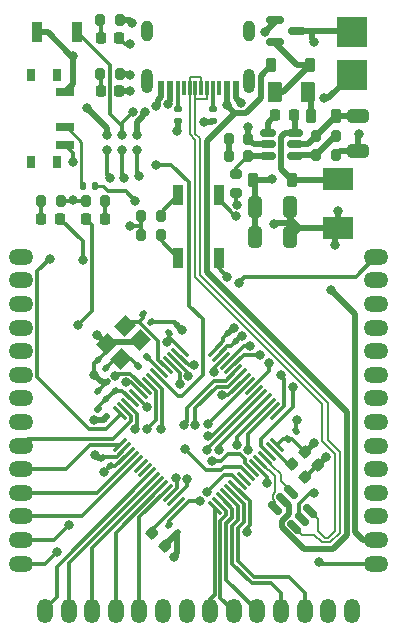
<source format=gbr>
%TF.GenerationSoftware,KiCad,Pcbnew,7.0.2*%
%TF.CreationDate,2023-06-14T20:26:51+10:00*%
%TF.ProjectId,STM32_Simple_Rev1.0,53544d33-325f-4536-996d-706c655f5265,rev?*%
%TF.SameCoordinates,Original*%
%TF.FileFunction,Copper,L1,Top*%
%TF.FilePolarity,Positive*%
%FSLAX46Y46*%
G04 Gerber Fmt 4.6, Leading zero omitted, Abs format (unit mm)*
G04 Created by KiCad (PCBNEW 7.0.2) date 2023-06-14 20:26:51*
%MOMM*%
%LPD*%
G01*
G04 APERTURE LIST*
G04 Aperture macros list*
%AMRoundRect*
0 Rectangle with rounded corners*
0 $1 Rounding radius*
0 $2 $3 $4 $5 $6 $7 $8 $9 X,Y pos of 4 corners*
0 Add a 4 corners polygon primitive as box body*
4,1,4,$2,$3,$4,$5,$6,$7,$8,$9,$2,$3,0*
0 Add four circle primitives for the rounded corners*
1,1,$1+$1,$2,$3*
1,1,$1+$1,$4,$5*
1,1,$1+$1,$6,$7*
1,1,$1+$1,$8,$9*
0 Add four rect primitives between the rounded corners*
20,1,$1+$1,$2,$3,$4,$5,0*
20,1,$1+$1,$4,$5,$6,$7,0*
20,1,$1+$1,$6,$7,$8,$9,0*
20,1,$1+$1,$8,$9,$2,$3,0*%
%AMRotRect*
0 Rectangle, with rotation*
0 The origin of the aperture is its center*
0 $1 length*
0 $2 width*
0 $3 Rotation angle, in degrees counterclockwise*
0 Add horizontal line*
21,1,$1,$2,0,0,$3*%
G04 Aperture macros list end*
%TA.AperFunction,ComponentPad*%
%ADD10RoundRect,0.520000X-0.480000X-0.130000X0.480000X-0.130000X0.480000X0.130000X-0.480000X0.130000X0*%
%TD*%
%TA.AperFunction,SMDPad,CuDef*%
%ADD11RoundRect,0.075000X-0.548008X0.441942X0.441942X-0.548008X0.548008X-0.441942X-0.441942X0.548008X0*%
%TD*%
%TA.AperFunction,SMDPad,CuDef*%
%ADD12RoundRect,0.075000X-0.548008X-0.441942X-0.441942X-0.548008X0.548008X0.441942X0.441942X0.548008X0*%
%TD*%
%TA.AperFunction,SMDPad,CuDef*%
%ADD13R,2.500000X2.500000*%
%TD*%
%TA.AperFunction,SMDPad,CuDef*%
%ADD14RoundRect,0.140000X0.219203X0.021213X0.021213X0.219203X-0.219203X-0.021213X-0.021213X-0.219203X0*%
%TD*%
%TA.AperFunction,SMDPad,CuDef*%
%ADD15R,0.900000X1.700000*%
%TD*%
%TA.AperFunction,ComponentPad*%
%ADD16RoundRect,0.520000X0.130000X-0.480000X0.130000X0.480000X-0.130000X0.480000X-0.130000X-0.480000X0*%
%TD*%
%TA.AperFunction,ComponentPad*%
%ADD17RoundRect,0.520000X0.480000X0.130000X-0.480000X0.130000X-0.480000X-0.130000X0.480000X-0.130000X0*%
%TD*%
%TA.AperFunction,SMDPad,CuDef*%
%ADD18RoundRect,0.135000X-0.135000X-0.185000X0.135000X-0.185000X0.135000X0.185000X-0.135000X0.185000X0*%
%TD*%
%TA.AperFunction,SMDPad,CuDef*%
%ADD19RoundRect,0.200000X-0.200000X-0.275000X0.200000X-0.275000X0.200000X0.275000X-0.200000X0.275000X0*%
%TD*%
%TA.AperFunction,SMDPad,CuDef*%
%ADD20R,0.600000X1.240000*%
%TD*%
%TA.AperFunction,SMDPad,CuDef*%
%ADD21R,0.300000X1.240000*%
%TD*%
%TA.AperFunction,ComponentPad*%
%ADD22O,1.000000X2.100000*%
%TD*%
%TA.AperFunction,ComponentPad*%
%ADD23O,1.000000X1.800000*%
%TD*%
%TA.AperFunction,SMDPad,CuDef*%
%ADD24RoundRect,0.225000X-0.225000X-0.250000X0.225000X-0.250000X0.225000X0.250000X-0.225000X0.250000X0*%
%TD*%
%TA.AperFunction,SMDPad,CuDef*%
%ADD25RoundRect,0.225000X-0.335876X-0.017678X-0.017678X-0.335876X0.335876X0.017678X0.017678X0.335876X0*%
%TD*%
%TA.AperFunction,SMDPad,CuDef*%
%ADD26RoundRect,0.140000X-0.219203X-0.021213X-0.021213X-0.219203X0.219203X0.021213X0.021213X0.219203X0*%
%TD*%
%TA.AperFunction,SMDPad,CuDef*%
%ADD27RoundRect,0.218750X-0.218750X-0.256250X0.218750X-0.256250X0.218750X0.256250X-0.218750X0.256250X0*%
%TD*%
%TA.AperFunction,SMDPad,CuDef*%
%ADD28C,0.800000*%
%TD*%
%TA.AperFunction,SMDPad,CuDef*%
%ADD29RoundRect,0.150000X0.468458X-0.256326X-0.256326X0.468458X-0.468458X0.256326X0.256326X-0.468458X0*%
%TD*%
%TA.AperFunction,SMDPad,CuDef*%
%ADD30RoundRect,0.250000X-0.650000X0.325000X-0.650000X-0.325000X0.650000X-0.325000X0.650000X0.325000X0*%
%TD*%
%TA.AperFunction,SMDPad,CuDef*%
%ADD31RoundRect,0.200000X0.275000X-0.200000X0.275000X0.200000X-0.275000X0.200000X-0.275000X-0.200000X0*%
%TD*%
%TA.AperFunction,SMDPad,CuDef*%
%ADD32RoundRect,0.147500X-0.226274X-0.017678X-0.017678X-0.226274X0.226274X0.017678X0.017678X0.226274X0*%
%TD*%
%TA.AperFunction,SMDPad,CuDef*%
%ADD33R,0.800000X1.000000*%
%TD*%
%TA.AperFunction,SMDPad,CuDef*%
%ADD34R,1.500000X0.700000*%
%TD*%
%TA.AperFunction,SMDPad,CuDef*%
%ADD35RoundRect,0.200000X0.200000X0.275000X-0.200000X0.275000X-0.200000X-0.275000X0.200000X-0.275000X0*%
%TD*%
%TA.AperFunction,SMDPad,CuDef*%
%ADD36RoundRect,0.250000X0.325000X0.650000X-0.325000X0.650000X-0.325000X-0.650000X0.325000X-0.650000X0*%
%TD*%
%TA.AperFunction,SMDPad,CuDef*%
%ADD37RoundRect,0.140000X0.021213X-0.219203X0.219203X-0.021213X-0.021213X0.219203X-0.219203X0.021213X0*%
%TD*%
%TA.AperFunction,SMDPad,CuDef*%
%ADD38RoundRect,0.225000X0.225000X0.375000X-0.225000X0.375000X-0.225000X-0.375000X0.225000X-0.375000X0*%
%TD*%
%TA.AperFunction,SMDPad,CuDef*%
%ADD39RoundRect,0.150000X-0.587500X-0.150000X0.587500X-0.150000X0.587500X0.150000X-0.587500X0.150000X0*%
%TD*%
%TA.AperFunction,SMDPad,CuDef*%
%ADD40RoundRect,0.218750X-0.218750X-0.381250X0.218750X-0.381250X0.218750X0.381250X-0.218750X0.381250X0*%
%TD*%
%TA.AperFunction,SMDPad,CuDef*%
%ADD41R,2.500000X1.900000*%
%TD*%
%TA.AperFunction,SMDPad,CuDef*%
%ADD42RoundRect,0.150000X-0.512500X-0.150000X0.512500X-0.150000X0.512500X0.150000X-0.512500X0.150000X0*%
%TD*%
%TA.AperFunction,SMDPad,CuDef*%
%ADD43RoundRect,0.135000X0.185000X-0.135000X0.185000X0.135000X-0.185000X0.135000X-0.185000X-0.135000X0*%
%TD*%
%TA.AperFunction,SMDPad,CuDef*%
%ADD44RoundRect,0.135000X0.035355X-0.226274X0.226274X-0.035355X-0.035355X0.226274X-0.226274X0.035355X0*%
%TD*%
%TA.AperFunction,SMDPad,CuDef*%
%ADD45RoundRect,0.250000X-0.375000X-0.625000X0.375000X-0.625000X0.375000X0.625000X-0.375000X0.625000X0*%
%TD*%
%TA.AperFunction,SMDPad,CuDef*%
%ADD46RoundRect,0.218750X0.218750X0.256250X-0.218750X0.256250X-0.218750X-0.256250X0.218750X-0.256250X0*%
%TD*%
%TA.AperFunction,SMDPad,CuDef*%
%ADD47RotRect,1.400000X1.200000X225.000000*%
%TD*%
%TA.AperFunction,ViaPad*%
%ADD48C,0.800000*%
%TD*%
%TA.AperFunction,Conductor*%
%ADD49C,0.500000*%
%TD*%
%TA.AperFunction,Conductor*%
%ADD50C,0.300000*%
%TD*%
%TA.AperFunction,Conductor*%
%ADD51C,0.250000*%
%TD*%
%TA.AperFunction,Conductor*%
%ADD52C,0.200000*%
%TD*%
G04 APERTURE END LIST*
D10*
%TO.P,J15,1,1*%
%TO.N,S11*%
X185000000Y-108000000D03*
%TD*%
%TO.P,J16,1,1*%
%TO.N,S12*%
X185000000Y-110000000D03*
%TD*%
%TO.P,J14,1,1*%
%TO.N,S10*%
X185000000Y-106000000D03*
%TD*%
D11*
%TO.P,U1,1,VBAT*%
%TO.N,+3.3V*%
X198638819Y-95935519D03*
%TO.P,U1,2,PC13*%
%TO.N,S1*%
X198285266Y-96289072D03*
%TO.P,U1,3,PC14*%
%TO.N,S2*%
X197931713Y-96642625D03*
%TO.P,U1,4,PC15*%
%TO.N,S3*%
X197578159Y-96996179D03*
%TO.P,U1,5,PH0*%
%TO.N,HSE_IN*%
X197224606Y-97349732D03*
%TO.P,U1,6,PH1*%
%TO.N,HSE_OUT*%
X196871052Y-97703286D03*
%TO.P,U1,7,NRST*%
%TO.N,NRST*%
X196517499Y-98056839D03*
%TO.P,U1,8,PC0*%
%TO.N,S4*%
X196163946Y-98410392D03*
%TO.P,U1,9,PC1*%
%TO.N,S5*%
X195810392Y-98763946D03*
%TO.P,U1,10,PC2*%
%TO.N,S6*%
X195456839Y-99117499D03*
%TO.P,U1,11,PC3*%
%TO.N,S7*%
X195103286Y-99471052D03*
%TO.P,U1,12,VSSA*%
%TO.N,GND*%
X194749732Y-99824606D03*
%TO.P,U1,13,VDDA*%
%TO.N,+3.3VA*%
X194396179Y-100178159D03*
%TO.P,U1,14,PA0*%
%TO.N,S8*%
X194042625Y-100531713D03*
%TO.P,U1,15,PA1*%
%TO.N,S9*%
X193689072Y-100885266D03*
%TO.P,U1,16,PA2*%
%TO.N,STATUS_LED*%
X193335519Y-101238819D03*
D12*
%TO.P,U1,17,PA3*%
%TO.N,S10*%
X193335519Y-103961181D03*
%TO.P,U1,18,VSS*%
%TO.N,GND*%
X193689072Y-104314734D03*
%TO.P,U1,19,VDD*%
%TO.N,+3.3V*%
X194042625Y-104668287D03*
%TO.P,U1,20,PA4*%
%TO.N,S11*%
X194396179Y-105021841D03*
%TO.P,U1,21,PA5*%
%TO.N,S12*%
X194749732Y-105375394D03*
%TO.P,U1,22,PA6*%
%TO.N,unconnected-(U1-PA6-Pad22)*%
X195103286Y-105728948D03*
%TO.P,U1,23,PA7*%
%TO.N,unconnected-(U1-PA7-Pad23)*%
X195456839Y-106082501D03*
%TO.P,U1,24,PC4*%
%TO.N,S13*%
X195810392Y-106436054D03*
%TO.P,U1,25,PC5*%
%TO.N,S14*%
X196163946Y-106789608D03*
%TO.P,U1,26,PB0*%
%TO.N,S15*%
X196517499Y-107143161D03*
%TO.P,U1,27,PB1*%
%TO.N,S16*%
X196871052Y-107496714D03*
%TO.P,U1,28,PB2*%
%TO.N,S17*%
X197224606Y-107850268D03*
%TO.P,U1,29,PB10*%
%TO.N,S18{slash}USART3_TX*%
X197578159Y-108203821D03*
%TO.P,U1,30,PB11*%
%TO.N,S19{slash}USART3_RX*%
X197931713Y-108557375D03*
%TO.P,U1,31,VCAP_1*%
%TO.N,Net-(U1-VCAP_1)*%
X198285266Y-108910928D03*
%TO.P,U1,32,VDD*%
%TO.N,+3.3V*%
X198638819Y-109264481D03*
D11*
%TO.P,U1,33,PB12*%
%TO.N,S20*%
X201361181Y-109264481D03*
%TO.P,U1,34,PB13*%
%TO.N,S21*%
X201714734Y-108910928D03*
%TO.P,U1,35,PB14*%
%TO.N,S22*%
X202068287Y-108557375D03*
%TO.P,U1,36,PB15*%
%TO.N,S23*%
X202421841Y-108203821D03*
%TO.P,U1,37,PC6*%
%TO.N,S24*%
X202775394Y-107850268D03*
%TO.P,U1,38,PC7*%
%TO.N,S25*%
X203128948Y-107496714D03*
%TO.P,U1,39,PC8*%
%TO.N,S26*%
X203482501Y-107143161D03*
%TO.P,U1,40,PC9*%
%TO.N,unconnected-(U1-PC9-Pad40)*%
X203836054Y-106789608D03*
%TO.P,U1,41,PA8*%
%TO.N,USER_LED2*%
X204189608Y-106436054D03*
%TO.P,U1,42,PA9*%
%TO.N,S27*%
X204543161Y-106082501D03*
%TO.P,U1,43,PA10*%
%TO.N,S28*%
X204896714Y-105728948D03*
%TO.P,U1,44,PA11*%
%TO.N,USB_D-*%
X205250268Y-105375394D03*
%TO.P,U1,45,PA12*%
%TO.N,USB_D+*%
X205603821Y-105021841D03*
%TO.P,U1,46,PA13*%
%TO.N,SWDIO*%
X205957375Y-104668287D03*
%TO.P,U1,47,VCAP_2*%
%TO.N,Net-(U1-VCAP_2)*%
X206310928Y-104314734D03*
%TO.P,U1,48,VDD*%
%TO.N,+3.3V*%
X206664481Y-103961181D03*
D12*
%TO.P,U1,49,PA14*%
%TO.N,SWCLK*%
X206664481Y-101238819D03*
%TO.P,U1,50,PA15*%
%TO.N,S29*%
X206310928Y-100885266D03*
%TO.P,U1,51,PC10*%
%TO.N,S30*%
X205957375Y-100531713D03*
%TO.P,U1,52,PC11*%
%TO.N,S31*%
X205603821Y-100178159D03*
%TO.P,U1,53,PC12*%
%TO.N,S32*%
X205250268Y-99824606D03*
%TO.P,U1,54,PD2*%
%TO.N,S33*%
X204896714Y-99471052D03*
%TO.P,U1,55,PB3*%
%TO.N,SWO*%
X204543161Y-99117499D03*
%TO.P,U1,56,PB4*%
%TO.N,S34*%
X204189608Y-98763946D03*
%TO.P,U1,57,PB5*%
%TO.N,USER_LED1*%
X203836054Y-98410392D03*
%TO.P,U1,58,PB6*%
%TO.N,S39{slash}I2C1_SCL*%
X203482501Y-98056839D03*
%TO.P,U1,59,PB7*%
%TO.N,S40{slash}I2C1_SDA*%
X203128948Y-97703286D03*
%TO.P,U1,60,BOOT0*%
%TO.N,BOOT0*%
X202775394Y-97349732D03*
%TO.P,U1,61,PB8*%
%TO.N,S41{slash}CAN_RX*%
X202421841Y-96996179D03*
%TO.P,U1,62,PB9*%
%TO.N,S42{slash}CAN_TX*%
X202068287Y-96642625D03*
%TO.P,U1,63,VSS*%
%TO.N,GND*%
X201714734Y-96289072D03*
%TO.P,U1,64,VDD*%
%TO.N,+3.3V*%
X201361181Y-95935519D03*
%TD*%
D10*
%TO.P,J9,1,1*%
%TO.N,S5*%
X185000000Y-96000000D03*
%TD*%
D13*
%TO.P,J1,1,1*%
%TO.N,VCC*%
X213000000Y-69000000D03*
%TD*%
D14*
%TO.P,C9,1*%
%TO.N,+3.3VA*%
X192914790Y-99333167D03*
%TO.P,C9,2*%
%TO.N,GND*%
X192235968Y-98654345D03*
%TD*%
D15*
%TO.P,SW2,1,1*%
%TO.N,GND*%
X186300000Y-69000000D03*
%TO.P,SW2,2,2*%
%TO.N,NRST*%
X189700000Y-69000000D03*
%TD*%
D16*
%TO.P,J30,1,1*%
%TO.N,S24*%
X209000000Y-118000000D03*
%TD*%
D10*
%TO.P,J5,1,1*%
%TO.N,S2*%
X185000000Y-90000000D03*
%TD*%
D17*
%TO.P,J37,1,1*%
%TO.N,S29*%
X215000000Y-106000000D03*
%TD*%
D18*
%TO.P,R12,1*%
%TO.N,/SW_BOOT0*%
X190190000Y-82000000D03*
%TO.P,R12,2*%
%TO.N,BOOT0*%
X191210000Y-82000000D03*
%TD*%
D19*
%TO.P,R11,1*%
%TO.N,/PWR_LED_CATH*%
X191675000Y-72500000D03*
%TO.P,R11,2*%
%TO.N,GND*%
X193325000Y-72500000D03*
%TD*%
D17*
%TO.P,J46,1,1*%
%TO.N,S42{slash}CAN_TX*%
X215000000Y-88000000D03*
%TD*%
D16*
%TO.P,J29,1,1*%
%TO.N,S23*%
X207000000Y-118000000D03*
%TD*%
D10*
%TO.P,J6,1,1*%
%TO.N,S3*%
X185000000Y-92000000D03*
%TD*%
D17*
%TO.P,J39,1,1*%
%TO.N,S31*%
X215000000Y-102000000D03*
%TD*%
D16*
%TO.P,J22,1,1*%
%TO.N,S16*%
X193000000Y-118000000D03*
%TD*%
%TO.P,J32,1,1*%
%TO.N,S26*%
X213000000Y-118000000D03*
%TD*%
D20*
%TO.P,J8,A1,GND*%
%TO.N,GND*%
X203200000Y-73725000D03*
%TO.P,J8,A4,VBUS*%
%TO.N,+5V*%
X202400000Y-73725000D03*
D21*
%TO.P,J8,A5,CC1*%
%TO.N,Net-(J8-CC1)*%
X201250000Y-73725000D03*
%TO.P,J8,A6,D+*%
%TO.N,USB_CONN_D+*%
X200250000Y-73725000D03*
%TO.P,J8,A7,D-*%
%TO.N,USB_CONN_D-*%
X199750000Y-73725000D03*
%TO.P,J8,A8,SBU1*%
%TO.N,unconnected-(J8-SBU1-PadA8)*%
X198750000Y-73725000D03*
D20*
%TO.P,J8,A9,VBUS*%
%TO.N,+5V*%
X197600000Y-73725000D03*
%TO.P,J8,A12,GND*%
%TO.N,GND*%
X196800000Y-73725000D03*
%TO.P,J8,B1,GND*%
X196800000Y-73725000D03*
%TO.P,J8,B4,VBUS*%
%TO.N,+5V*%
X197600000Y-73725000D03*
D21*
%TO.P,J8,B5,CC2*%
%TO.N,Net-(J8-CC2)*%
X198250000Y-73725000D03*
%TO.P,J8,B6,D+*%
%TO.N,USB_CONN_D+*%
X199250000Y-73725000D03*
%TO.P,J8,B7,D-*%
%TO.N,USB_CONN_D-*%
X200750000Y-73725000D03*
%TO.P,J8,B8,SBU2*%
%TO.N,unconnected-(J8-SBU2-PadB8)*%
X201750000Y-73725000D03*
D20*
%TO.P,J8,B9,VBUS*%
%TO.N,+5V*%
X202400000Y-73725000D03*
%TO.P,J8,B12,GND*%
%TO.N,GND*%
X203200000Y-73725000D03*
D22*
%TO.P,J8,S1,SHIELD*%
%TO.N,unconnected-(J8-SHIELD-PadS1)*%
X204320000Y-73125000D03*
D23*
X204320000Y-68925000D03*
D22*
X195680000Y-73125000D03*
D23*
X195680000Y-68925000D03*
%TD*%
D17*
%TO.P,J34,1,1*%
%TO.N,VCC*%
X215000000Y-111998624D03*
%TD*%
D10*
%TO.P,J10,1,1*%
%TO.N,S6*%
X185000000Y-98000000D03*
%TD*%
D24*
%TO.P,C12,1*%
%TO.N,BUCK_BST*%
X206525000Y-76000000D03*
%TO.P,C12,2*%
%TO.N,BUCK_SW*%
X208075000Y-76000000D03*
%TD*%
D25*
%TO.P,C7,1*%
%TO.N,Net-(U1-VCAP_2)*%
X207937273Y-105587526D03*
%TO.P,C7,2*%
%TO.N,GND*%
X209033289Y-106683542D03*
%TD*%
D10*
%TO.P,J7,1,1*%
%TO.N,S4*%
X185000000Y-94000000D03*
%TD*%
D26*
%TO.P,C8,1*%
%TO.N,+3.3V*%
X202489016Y-94482415D03*
%TO.P,C8,2*%
%TO.N,GND*%
X203167838Y-95161237D03*
%TD*%
D27*
%TO.P,D4,1,K*%
%TO.N,/PWR_LED_CATH*%
X191712500Y-74000000D03*
%TO.P,D4,2,A*%
%TO.N,+3.3V*%
X193287500Y-74000000D03*
%TD*%
%TO.P,D3,1,K*%
%TO.N,Net-(D3-K)*%
X191712500Y-69500000D03*
%TO.P,D3,2,A*%
%TO.N,STATUS_LED*%
X193287500Y-69500000D03*
%TD*%
D17*
%TO.P,J38,1,1*%
%TO.N,S30*%
X215000000Y-104000000D03*
%TD*%
D28*
%TO.P,J3,1,VCC*%
%TO.N,+3.3V*%
X194810000Y-77680500D03*
%TO.P,J3,2,SWDIO*%
%TO.N,SWDIO*%
X194810000Y-78950500D03*
%TO.P,J3,3,NRESET*%
%TO.N,NRST*%
X193540000Y-77680500D03*
%TO.P,J3,4,SWCLCK*%
%TO.N,SWCLK*%
X193540000Y-78950500D03*
%TO.P,J3,5,GND*%
%TO.N,GND*%
X192270000Y-77680500D03*
%TO.P,J3,6,SWO*%
%TO.N,SWO*%
X192270000Y-78950500D03*
%TD*%
D19*
%TO.P,R2,1*%
%TO.N,BUCK_EN*%
X209975000Y-79400000D03*
%TO.P,R2,2*%
%TO.N,GND*%
X211625000Y-79400000D03*
%TD*%
D15*
%TO.P,SW4,1,1*%
%TO.N,GND*%
X201700000Y-88100000D03*
%TO.P,SW4,2,2*%
%TO.N,SW2*%
X198300000Y-88100000D03*
%TD*%
D29*
%TO.P,U3,1,I/O1*%
%TO.N,USB_CONN_D-*%
X208132583Y-110876085D03*
%TO.P,U3,2,GND*%
%TO.N,GND*%
X208804334Y-110204334D03*
%TO.P,U3,3,I/O2*%
%TO.N,USB_CONN_D+*%
X209476085Y-109532583D03*
%TO.P,U3,4,I/O2*%
%TO.N,USB_D+*%
X207867417Y-107923915D03*
%TO.P,U3,5,VBUS*%
%TO.N,+5V*%
X207195666Y-108595666D03*
%TO.P,U3,6,I/O1*%
%TO.N,USB_D-*%
X206523915Y-109267417D03*
%TD*%
D30*
%TO.P,C13,1*%
%TO.N,BUCK_IN*%
X213500000Y-76125000D03*
%TO.P,C13,2*%
%TO.N,GND*%
X213500000Y-79075000D03*
%TD*%
D31*
%TO.P,R3,1*%
%TO.N,+3.3V*%
X203200000Y-82625000D03*
%TO.P,R3,2*%
%TO.N,BUCK_FB*%
X203200000Y-80975000D03*
%TD*%
D10*
%TO.P,J11,1,1*%
%TO.N,S7*%
X185000000Y-100000000D03*
%TD*%
D32*
%TO.P,L2,1,1*%
%TO.N,+3.3VA*%
X191525325Y-100913550D03*
%TO.P,L2,2,2*%
%TO.N,+3.3V*%
X192211219Y-101599444D03*
%TD*%
D33*
%TO.P,SW1,*%
%TO.N,*%
X188050000Y-72650000D03*
X185840000Y-72650000D03*
X188050000Y-79950000D03*
X185840000Y-79950000D03*
D34*
%TO.P,SW1,1,A*%
%TO.N,GND*%
X188700000Y-74050000D03*
%TO.P,SW1,2,B*%
%TO.N,/SW_BOOT0*%
X188700000Y-77050000D03*
%TO.P,SW1,3,C*%
%TO.N,+3.3V*%
X188700000Y-78550000D03*
%TD*%
D15*
%TO.P,SW3,1,1*%
%TO.N,GND*%
X201700000Y-82800000D03*
%TO.P,SW3,2,2*%
%TO.N,SW1*%
X198300000Y-82800000D03*
%TD*%
D17*
%TO.P,J44,1,1*%
%TO.N,S40{slash}I2C1_SDA*%
X215000000Y-92000000D03*
%TD*%
D35*
%TO.P,R14,1*%
%TO.N,SW1*%
X196825000Y-84600000D03*
%TO.P,R14,2*%
%TO.N,+3.3V*%
X195175000Y-84600000D03*
%TD*%
D10*
%TO.P,J4,1,1*%
%TO.N,S1*%
X185000000Y-88000000D03*
%TD*%
D36*
%TO.P,C15,1*%
%TO.N,+3.3V*%
X207775000Y-83800000D03*
%TO.P,C15,2*%
%TO.N,GND*%
X204825000Y-83800000D03*
%TD*%
D35*
%TO.P,R15,1*%
%TO.N,Net-(D6-K)*%
X192125000Y-83300000D03*
%TO.P,R15,2*%
%TO.N,GND*%
X190475000Y-83300000D03*
%TD*%
D16*
%TO.P,J20,1,1*%
%TO.N,S14*%
X189000000Y-118000000D03*
%TD*%
D17*
%TO.P,J40,1,1*%
%TO.N,S32*%
X215000000Y-100000000D03*
%TD*%
D16*
%TO.P,J27,1,1*%
%TO.N,S21*%
X203000000Y-118000000D03*
%TD*%
D10*
%TO.P,J13,1,1*%
%TO.N,S9*%
X185000000Y-104000000D03*
%TD*%
D17*
%TO.P,J45,1,1*%
%TO.N,S41{slash}CAN_RX*%
X215000000Y-90000000D03*
%TD*%
D10*
%TO.P,J17,1,1*%
%TO.N,+3.3V*%
X185000000Y-112000000D03*
%TD*%
D16*
%TO.P,J28,1,1*%
%TO.N,S22*%
X205000000Y-118000000D03*
%TD*%
D37*
%TO.P,C3,1*%
%TO.N,+3.3V*%
X197539269Y-94454130D03*
%TO.P,C3,2*%
%TO.N,GND*%
X198218091Y-93775308D03*
%TD*%
D16*
%TO.P,J26,1,1*%
%TO.N,S20*%
X201000000Y-118000000D03*
%TD*%
D36*
%TO.P,C14,1*%
%TO.N,+3.3V*%
X207775000Y-86300000D03*
%TO.P,C14,2*%
%TO.N,GND*%
X204825000Y-86300000D03*
%TD*%
D25*
%TO.P,C5,1*%
%TO.N,Net-(U1-VCAP_1)*%
X196093235Y-111421157D03*
%TO.P,C5,2*%
%TO.N,GND*%
X197189251Y-112517173D03*
%TD*%
D38*
%TO.P,D2,1,K*%
%TO.N,BUCK_SW*%
X207950000Y-81500000D03*
%TO.P,D2,2,A*%
%TO.N,GND*%
X204650000Y-81500000D03*
%TD*%
D17*
%TO.P,J41,1,1*%
%TO.N,S33*%
X215000000Y-98000000D03*
%TD*%
D26*
%TO.P,C2,1*%
%TO.N,+3.3V*%
X197539269Y-110745870D03*
%TO.P,C2,2*%
%TO.N,GND*%
X198218091Y-111424692D03*
%TD*%
D17*
%TO.P,J35,1,1*%
%TO.N,S27*%
X215000000Y-110000000D03*
%TD*%
D35*
%TO.P,R4,1*%
%TO.N,BUCK_FB*%
X204225000Y-79500000D03*
%TO.P,R4,2*%
%TO.N,Net-(R4-Pad2)*%
X202575000Y-79500000D03*
%TD*%
D39*
%TO.P,Q1,1,G*%
%TO.N,GND*%
X206462500Y-67950000D03*
%TO.P,Q1,2,S*%
%TO.N,Net-(D1-K)*%
X206462500Y-69850000D03*
%TO.P,Q1,3,D*%
%TO.N,VCC*%
X208337500Y-68900000D03*
%TD*%
D16*
%TO.P,J24,1,1*%
%TO.N,S18{slash}USART3_TX*%
X197000000Y-118000000D03*
%TD*%
D17*
%TO.P,J42,1,1*%
%TO.N,S34*%
X215000000Y-96000000D03*
%TD*%
D16*
%TO.P,J31,1,1*%
%TO.N,S25*%
X211000000Y-118000000D03*
%TD*%
D10*
%TO.P,J12,1,1*%
%TO.N,S8*%
X185000000Y-102000000D03*
%TD*%
D40*
%TO.P,FB1,1*%
%TO.N,Net-(F1-Pad2)*%
X209537500Y-76100000D03*
%TO.P,FB1,2*%
%TO.N,BUCK_IN*%
X211662500Y-76100000D03*
%TD*%
D17*
%TO.P,J33,1,1*%
%TO.N,GND*%
X215000000Y-114000000D03*
%TD*%
D25*
%TO.P,C1,1*%
%TO.N,+3.3V*%
X208997934Y-104526866D03*
%TO.P,C1,2*%
%TO.N,GND*%
X210093950Y-105622882D03*
%TD*%
D41*
%TO.P,L1,1,1*%
%TO.N,BUCK_SW*%
X211800000Y-81450000D03*
%TO.P,L1,2,2*%
%TO.N,+3.3V*%
X211800000Y-85550000D03*
%TD*%
D42*
%TO.P,U2,1,BST*%
%TO.N,BUCK_BST*%
X205862500Y-77550000D03*
%TO.P,U2,2,GND*%
%TO.N,GND*%
X205862500Y-78500000D03*
%TO.P,U2,3,FB*%
%TO.N,BUCK_FB*%
X205862500Y-79450000D03*
%TO.P,U2,4,EN*%
%TO.N,BUCK_EN*%
X208137500Y-79450000D03*
%TO.P,U2,5,IN*%
%TO.N,BUCK_IN*%
X208137500Y-78500000D03*
%TO.P,U2,6,SW*%
%TO.N,BUCK_SW*%
X208137500Y-77550000D03*
%TD*%
D14*
%TO.P,C4,1*%
%TO.N,+3.3V*%
X192539411Y-105739411D03*
%TO.P,C4,2*%
%TO.N,GND*%
X191860589Y-105060589D03*
%TD*%
D13*
%TO.P,J2,1,1*%
%TO.N,GND*%
X213000000Y-72600000D03*
%TD*%
D43*
%TO.P,R8,1*%
%TO.N,GND*%
X201250000Y-76510000D03*
%TO.P,R8,2*%
%TO.N,Net-(J8-CC1)*%
X201250000Y-75490000D03*
%TD*%
D16*
%TO.P,J23,1,1*%
%TO.N,S17*%
X195000000Y-118000000D03*
%TD*%
D44*
%TO.P,R9,1*%
%TO.N,Net-(C17-Pad1)*%
X194901761Y-97233059D03*
%TO.P,R9,2*%
%TO.N,HSE_OUT*%
X195623009Y-96511811D03*
%TD*%
D45*
%TO.P,F1,1*%
%TO.N,Net-(D1-K)*%
X206500000Y-74100000D03*
%TO.P,F1,2*%
%TO.N,Net-(F1-Pad2)*%
X209300000Y-74100000D03*
%TD*%
D19*
%TO.P,R1,1*%
%TO.N,BUCK_IN*%
X209975000Y-77800000D03*
%TO.P,R1,2*%
%TO.N,BUCK_EN*%
X211625000Y-77800000D03*
%TD*%
D17*
%TO.P,J43,1,1*%
%TO.N,S39{slash}I2C1_SCL*%
X215000000Y-94000000D03*
%TD*%
D14*
%TO.P,C10,1*%
%TO.N,+3.3VA*%
X192207683Y-100040273D03*
%TO.P,C10,2*%
%TO.N,GND*%
X191528861Y-99361451D03*
%TD*%
D43*
%TO.P,R13,1*%
%TO.N,GND*%
X198250000Y-76510000D03*
%TO.P,R13,2*%
%TO.N,Net-(J8-CC2)*%
X198250000Y-75490000D03*
%TD*%
D27*
%TO.P,D5,1,K*%
%TO.N,Net-(D5-K)*%
X186712500Y-84800000D03*
%TO.P,D5,2,A*%
%TO.N,USER_LED1*%
X188287500Y-84800000D03*
%TD*%
D16*
%TO.P,J25,1,1*%
%TO.N,S19{slash}USART3_RX*%
X199000000Y-118000000D03*
%TD*%
D26*
%TO.P,C16,1*%
%TO.N,HSE_IN*%
X195347238Y-92856069D03*
%TO.P,C16,2*%
%TO.N,GND*%
X196026060Y-93534891D03*
%TD*%
D19*
%TO.P,R5,1*%
%TO.N,Net-(R4-Pad2)*%
X202575000Y-78000000D03*
%TO.P,R5,2*%
%TO.N,GND*%
X204225000Y-78000000D03*
%TD*%
D46*
%TO.P,D6,1,K*%
%TO.N,Net-(D6-K)*%
X192087500Y-84800000D03*
%TO.P,D6,2,A*%
%TO.N,USER_LED2*%
X190512500Y-84800000D03*
%TD*%
D16*
%TO.P,J19,1,1*%
%TO.N,S13*%
X187000000Y-118000000D03*
%TD*%
%TO.P,J21,1,1*%
%TO.N,S15*%
X191000000Y-118000000D03*
%TD*%
D37*
%TO.P,C6,1*%
%TO.N,+3.3V*%
X207615540Y-103469741D03*
%TO.P,C6,2*%
%TO.N,GND*%
X208294362Y-102790919D03*
%TD*%
D10*
%TO.P,J18,1,1*%
%TO.N,GND*%
X185000000Y-114000000D03*
%TD*%
D38*
%TO.P,D1,1,K*%
%TO.N,Net-(D1-K)*%
X209450000Y-71800000D03*
%TO.P,D1,2,A*%
%TO.N,+5V*%
X206150000Y-71800000D03*
%TD*%
D17*
%TO.P,J36,1,1*%
%TO.N,S28*%
X215000000Y-108000000D03*
%TD*%
D19*
%TO.P,R10,1*%
%TO.N,Net-(D3-K)*%
X191675000Y-68000000D03*
%TO.P,R10,2*%
%TO.N,GND*%
X193325000Y-68000000D03*
%TD*%
D47*
%TO.P,Y1,1,1*%
%TO.N,HSE_IN*%
X193812816Y-93867232D03*
%TO.P,Y1,2,2*%
%TO.N,GND*%
X192257181Y-95422867D03*
%TO.P,Y1,3,3*%
%TO.N,Net-(C17-Pad1)*%
X193459262Y-96624948D03*
%TO.P,Y1,4,4*%
%TO.N,GND*%
X195014897Y-95069313D03*
%TD*%
D14*
%TO.P,C17,1*%
%TO.N,Net-(C17-Pad1)*%
X192136972Y-97423978D03*
%TO.P,C17,2*%
%TO.N,GND*%
X191458150Y-96745156D03*
%TD*%
D35*
%TO.P,R7,1*%
%TO.N,SW2*%
X196825000Y-86200000D03*
%TO.P,R7,2*%
%TO.N,+3.3V*%
X195175000Y-86200000D03*
%TD*%
D19*
%TO.P,R6,1*%
%TO.N,Net-(D5-K)*%
X186675000Y-83300000D03*
%TO.P,R6,2*%
%TO.N,GND*%
X188325000Y-83300000D03*
%TD*%
D48*
%TO.N,VCC*%
X209800000Y-69800000D03*
X211200000Y-90800000D03*
%TO.N,+3.3V*%
X197354651Y-95206563D03*
X200100000Y-108700000D03*
X211800000Y-84100000D03*
X191192118Y-101816915D03*
X209800000Y-103800000D03*
X195466543Y-75731724D03*
X189000000Y-110749500D03*
X189350500Y-80000000D03*
X194200000Y-85400000D03*
X194200000Y-74000000D03*
X192024621Y-106218019D03*
X206400000Y-85200000D03*
X203267631Y-83602291D03*
X211600000Y-87000000D03*
X203000000Y-94000000D03*
%TO.N,GND*%
X198600000Y-94200000D03*
X210200000Y-113849500D03*
X189400000Y-83200000D03*
X190549500Y-75400000D03*
X191224621Y-104818019D03*
X203706755Y-94706755D03*
X191400000Y-94600000D03*
X195614923Y-100691260D03*
X206200000Y-81400000D03*
X203600000Y-74950500D03*
X200449500Y-76600000D03*
X202400000Y-89700000D03*
X194200000Y-72600000D03*
X213600000Y-77600000D03*
X205600000Y-69000000D03*
X210600000Y-74600000D03*
X204200000Y-77000000D03*
X196410673Y-75223346D03*
X210800000Y-105000000D03*
X203200000Y-84599503D03*
X189400000Y-71000000D03*
X194400000Y-68200000D03*
X188000000Y-113000000D03*
X198200000Y-77400000D03*
X209800000Y-108000000D03*
X191200000Y-98000000D03*
X208349500Y-101829801D03*
X197900000Y-113400000D03*
%TO.N,+5V*%
X197395526Y-75052848D03*
X202400000Y-75200000D03*
%TO.N,STATUS_LED*%
X187400000Y-88200000D03*
X194200000Y-70000000D03*
%TO.N,SWDIO*%
X208033436Y-99032729D03*
X195000000Y-81200000D03*
%TO.N,SWCLK*%
X206950500Y-98000000D03*
X193700000Y-81300000D03*
%TO.N,SWO*%
X192500000Y-81300000D03*
X206000000Y-97000000D03*
%TO.N,NRST*%
X196400000Y-80200000D03*
X194467041Y-75731583D03*
%TO.N,BOOT0*%
X205250500Y-96292892D03*
X194600000Y-83249500D03*
%TO.N,S8*%
X194629977Y-102629977D03*
%TO.N,S7*%
X193845974Y-98644073D03*
%TO.N,S6*%
X192933925Y-98066075D03*
%TO.N,S5*%
X195629002Y-102599104D03*
%TO.N,S4*%
X196800000Y-102600000D03*
%TO.N,S3*%
X198400000Y-98800000D03*
%TO.N,S2*%
X199149500Y-98093245D03*
%TO.N,S1*%
X199600000Y-97200000D03*
%TO.N,S34*%
X200777483Y-102177483D03*
%TO.N,S33*%
X200809689Y-103205231D03*
%TO.N,S32*%
X200760556Y-104400182D03*
%TO.N,S31*%
X201760048Y-104395567D03*
%TO.N,S30*%
X203251044Y-103968564D03*
%TO.N,S29*%
X204183178Y-104329301D03*
%TO.N,S28*%
X205824415Y-107164461D03*
%TO.N,S27*%
X201124814Y-105330946D03*
%TO.N,S26*%
X200763624Y-107918200D03*
%TO.N,S25*%
X204110681Y-111298962D03*
%TO.N,S42{slash}CAN_TX*%
X203400000Y-90200000D03*
X201278063Y-97754362D03*
%TO.N,S41{slash}CAN_RX*%
X204400000Y-95543392D03*
%TO.N,S40{slash}I2C1_SDA*%
X198750497Y-102250000D03*
%TO.N,S39{slash}I2C1_SCL*%
X199750000Y-102250000D03*
%TO.N,S18{slash}USART3_TX*%
X198058556Y-106753370D03*
%TO.N,S19{slash}USART3_RX*%
X199056834Y-106802815D03*
%TO.N,USER_LED1*%
X190200000Y-88250500D03*
X202000000Y-99750000D03*
%TO.N,USER_LED2*%
X189800000Y-93800000D03*
X198900000Y-104300000D03*
%TD*%
D49*
%TO.N,VCC*%
X209800000Y-69800000D02*
X209600000Y-69600000D01*
X209600000Y-69600000D02*
X209600000Y-68900000D01*
X209600000Y-68900000D02*
X212900000Y-68900000D01*
X208337500Y-68900000D02*
X209600000Y-68900000D01*
X213250000Y-92850000D02*
X211200000Y-90800000D01*
X213250000Y-111275438D02*
X213250000Y-92850000D01*
X213974562Y-112000000D02*
X213250000Y-111275438D01*
%TO.N,+5V*%
X207627729Y-109807627D02*
X207627729Y-109027729D01*
X207064125Y-110371231D02*
X207627729Y-109807627D01*
X207064125Y-110868287D02*
X207064125Y-110371231D01*
X212550000Y-111593504D02*
X211393503Y-112750000D01*
X212550000Y-101145862D02*
X212550000Y-111593504D01*
X211393503Y-112750000D02*
X208945838Y-112750000D01*
X208945838Y-112750000D02*
X207064125Y-110868287D01*
X200700000Y-89295862D02*
X212550000Y-101145862D01*
X207627729Y-109027729D02*
X207195666Y-108595666D01*
X200700000Y-78207315D02*
X200700000Y-89295862D01*
X203000000Y-75907315D02*
X200700000Y-78207315D01*
X203000000Y-75800000D02*
X203000000Y-75907315D01*
%TO.N,VCC*%
X213974562Y-112000000D02*
X214750000Y-112000000D01*
X214750000Y-112000000D02*
X214750000Y-111998624D01*
X215000000Y-111998624D02*
X215000000Y-112000000D01*
D50*
%TO.N,+3.3V*%
X206664482Y-103961181D02*
X207155921Y-103469741D01*
D49*
X208525000Y-85550000D02*
X208087500Y-85112500D01*
X208997934Y-104526866D02*
X209073134Y-104526866D01*
D50*
X195175000Y-85400000D02*
X195175000Y-84600000D01*
X189350500Y-80000000D02*
X189350500Y-79200500D01*
D49*
X202517585Y-94482415D02*
X203000000Y-94000000D01*
D50*
X207155921Y-103469741D02*
X207615540Y-103469741D01*
X203200000Y-82625000D02*
X203200000Y-83534660D01*
X197539269Y-94835968D02*
X197539269Y-94454130D01*
X195175000Y-85400000D02*
X194200000Y-85400000D01*
X189350500Y-79200500D02*
X188700000Y-78550000D01*
D49*
X208087500Y-85112500D02*
X206487500Y-85112500D01*
D50*
X201361181Y-95935519D02*
X202121320Y-95175379D01*
D49*
X191993748Y-101816915D02*
X192211219Y-101599444D01*
X195317041Y-75881226D02*
X195317041Y-76083665D01*
X211600000Y-85550000D02*
X208525000Y-85550000D01*
D50*
X197539269Y-110364033D02*
X197539269Y-110745870D01*
D49*
X211600000Y-85550000D02*
X211600000Y-87000000D01*
D50*
X194042625Y-104668287D02*
X192971501Y-105739411D01*
D49*
X195466543Y-75731724D02*
X195317041Y-75881226D01*
D50*
X192971501Y-105739411D02*
X192539411Y-105739411D01*
X202121320Y-95175379D02*
X202121320Y-94850110D01*
X187749500Y-112000000D02*
X185150000Y-112000000D01*
X189000000Y-110749500D02*
X187749500Y-112000000D01*
X207940809Y-103469741D02*
X208997934Y-104526866D01*
D49*
X202489016Y-94482415D02*
X202517585Y-94482415D01*
X195317041Y-76083665D02*
X194819123Y-76581583D01*
X206487500Y-85112500D02*
X206400000Y-85200000D01*
X207775000Y-84800000D02*
X207775000Y-83800000D01*
D50*
X197539269Y-95021945D02*
X197354651Y-95206563D01*
X197539269Y-94454130D02*
X197539269Y-95021945D01*
X198638820Y-109264482D02*
X197539269Y-110364033D01*
X195175000Y-86200000D02*
X195175000Y-85400000D01*
D49*
X194810000Y-76581583D02*
X194810000Y-77680500D01*
D50*
X203200000Y-83534660D02*
X203267631Y-83602291D01*
D49*
X194819123Y-76581583D02*
X194810000Y-76581583D01*
X211800000Y-85550000D02*
X211800000Y-84100000D01*
D50*
X199203300Y-108700000D02*
X198638819Y-109264481D01*
D49*
X208087500Y-85112500D02*
X207775000Y-84800000D01*
D50*
X202121320Y-94850110D02*
X202489016Y-94482414D01*
X192503229Y-105739411D02*
X192024621Y-106218019D01*
X207940809Y-103469741D02*
X207615540Y-103469741D01*
D49*
X209073134Y-104526866D02*
X209800000Y-103800000D01*
X193287500Y-74000000D02*
X194200000Y-74000000D01*
D50*
X198638820Y-95935519D02*
X197539269Y-94835968D01*
X200100000Y-108700000D02*
X199203300Y-108700000D01*
D49*
X208525000Y-85550000D02*
X207775000Y-86300000D01*
X191192118Y-101816915D02*
X191993748Y-101816915D01*
D50*
%TO.N,GND*%
X191458150Y-96745156D02*
X191200000Y-97003306D01*
D49*
X194100000Y-72500000D02*
X194200000Y-72600000D01*
D50*
X192235968Y-98654344D02*
X191528861Y-99361451D01*
D49*
X210177118Y-105622882D02*
X210093950Y-105622882D01*
X191854345Y-98654345D02*
X191200000Y-98000000D01*
X196545526Y-75088493D02*
X196545526Y-74700766D01*
X211950000Y-79075000D02*
X211625000Y-79400000D01*
D50*
X201714734Y-96289072D02*
X202404163Y-95599643D01*
X208349500Y-101829801D02*
X208294362Y-101884939D01*
X201700000Y-89000000D02*
X202400000Y-89700000D01*
X188325000Y-83300000D02*
X189300000Y-83300000D01*
X193069617Y-104934189D02*
X191986989Y-104934189D01*
X188000000Y-113000000D02*
X187000000Y-114000000D01*
D49*
X203200000Y-73725000D02*
X203200000Y-74550500D01*
X190549500Y-75400000D02*
X192270000Y-77120500D01*
X213500000Y-77700000D02*
X213600000Y-77600000D01*
D50*
X191200000Y-97003306D02*
X191200000Y-98000000D01*
D49*
X210800000Y-105000000D02*
X210177118Y-105622882D01*
D50*
X192257181Y-95946125D02*
X192257181Y-95422866D01*
X201700000Y-88100000D02*
X201700000Y-89000000D01*
X202729432Y-95599643D02*
X203167838Y-95161237D01*
D49*
X198250000Y-77350000D02*
X198250000Y-76510000D01*
X189400000Y-73350000D02*
X188700000Y-74050000D01*
X192222867Y-95422867D02*
X191400000Y-94600000D01*
D50*
X191986989Y-104934189D02*
X191860589Y-105060589D01*
X201700000Y-82800000D02*
X201700000Y-83160661D01*
X198218091Y-93775308D02*
X198218091Y-93818091D01*
X203252273Y-95161237D02*
X203706755Y-94706755D01*
D49*
X191467191Y-105060589D02*
X191224621Y-104818019D01*
D50*
X194749732Y-99824606D02*
X195614923Y-100689797D01*
D49*
X210600000Y-74600000D02*
X211000000Y-74600000D01*
X197189251Y-112517173D02*
X197189251Y-112453532D01*
X193325000Y-72500000D02*
X194100000Y-72500000D01*
X189400000Y-71000000D02*
X189250000Y-71000000D01*
X189250000Y-71000000D02*
X187250000Y-69000000D01*
X206462500Y-68137500D02*
X206462500Y-67950000D01*
D50*
X209033289Y-106683542D02*
X210093949Y-105622882D01*
X189300000Y-83300000D02*
X189400000Y-83200000D01*
D49*
X204825000Y-81675000D02*
X204650000Y-81500000D01*
X211000000Y-74600000D02*
X213000000Y-72600000D01*
D50*
X202404163Y-95599643D02*
X202729432Y-95599643D01*
X208804334Y-110204334D02*
X208507627Y-109907627D01*
D49*
X192235968Y-98654345D02*
X191854345Y-98654345D01*
X189400000Y-71000000D02*
X189400000Y-73350000D01*
X196800000Y-74446292D02*
X196800000Y-73725000D01*
X194200000Y-68000000D02*
X194400000Y-68200000D01*
X213500000Y-79075000D02*
X211950000Y-79075000D01*
X192443577Y-95236471D02*
X192257181Y-95422867D01*
D50*
X208507627Y-108940343D02*
X209447970Y-108000000D01*
X209447970Y-108000000D02*
X209800000Y-108000000D01*
D49*
X193325000Y-68000000D02*
X194200000Y-68000000D01*
D50*
X198218091Y-93818091D02*
X198600000Y-94200000D01*
D49*
X203200000Y-74550500D02*
X203600000Y-74950500D01*
X205600000Y-69000000D02*
X206462500Y-68137500D01*
X206100000Y-81500000D02*
X206200000Y-81400000D01*
X196410673Y-75223346D02*
X196545526Y-75088493D01*
X187250000Y-69000000D02*
X186300000Y-69000000D01*
X204825000Y-83800000D02*
X204825000Y-86300000D01*
D50*
X210350500Y-114000000D02*
X214850000Y-114000000D01*
D49*
X197189251Y-112453532D02*
X198218091Y-111424692D01*
D50*
X202889339Y-84350000D02*
X202950497Y-84350000D01*
X195614923Y-100689797D02*
X195614923Y-100691260D01*
D49*
X204725000Y-78500000D02*
X204225000Y-78000000D01*
D50*
X208294362Y-101884939D02*
X208294362Y-102790919D01*
X197977674Y-93534891D02*
X198218091Y-93775308D01*
D49*
X192257181Y-95422867D02*
X192222867Y-95422867D01*
D50*
X208507627Y-109907627D02*
X208507627Y-108940343D01*
D49*
X198200000Y-77400000D02*
X198250000Y-77350000D01*
X201160000Y-76600000D02*
X201250000Y-76510000D01*
D50*
X193689072Y-104314734D02*
X193069617Y-104934189D01*
X190475000Y-83300000D02*
X189500000Y-83300000D01*
D49*
X198218091Y-113081909D02*
X198218091Y-111424692D01*
D50*
X201700000Y-83160661D02*
X202889339Y-84350000D01*
X210200000Y-113849500D02*
X210350500Y-114000000D01*
D49*
X204225000Y-77025000D02*
X204200000Y-77000000D01*
X197900000Y-113400000D02*
X198218091Y-113081909D01*
X191860589Y-105060589D02*
X191467191Y-105060589D01*
X200449500Y-76600000D02*
X201160000Y-76600000D01*
X196545526Y-74700766D02*
X196800000Y-74446292D01*
X204825000Y-83800000D02*
X204825000Y-81675000D01*
D50*
X189500000Y-83300000D02*
X189400000Y-83200000D01*
D49*
X213500000Y-79075000D02*
X213500000Y-77700000D01*
X194847739Y-95236471D02*
X192443577Y-95236471D01*
X192270000Y-77120500D02*
X192270000Y-77680500D01*
X204650000Y-81500000D02*
X206100000Y-81500000D01*
D50*
X203167838Y-95161237D02*
X203252273Y-95161237D01*
D49*
X205862500Y-78500000D02*
X204725000Y-78500000D01*
D50*
X187000000Y-114000000D02*
X185150000Y-114000000D01*
X196026060Y-93534891D02*
X197977674Y-93534891D01*
D49*
X204225000Y-78000000D02*
X204225000Y-77025000D01*
X195014897Y-95069313D02*
X194847739Y-95236471D01*
D50*
X202950497Y-84350000D02*
X203200000Y-84599503D01*
X191458150Y-96745156D02*
X192257181Y-95946125D01*
%TO.N,Net-(U1-VCAP_1)*%
X196093235Y-111102959D02*
X198285266Y-108910928D01*
X196093235Y-111421157D02*
X196093235Y-111102959D01*
%TO.N,Net-(U1-VCAP_2)*%
X206310928Y-104314734D02*
X207583720Y-105587526D01*
X207583720Y-105587526D02*
X207937274Y-105587526D01*
%TO.N,+3.3VA*%
X193551186Y-99333167D02*
X192914790Y-99333167D01*
X194396179Y-100178159D02*
X193551186Y-99333167D01*
X192207683Y-100040274D02*
X191525325Y-100722632D01*
X191525325Y-100722632D02*
X191525325Y-100913550D01*
X192914790Y-99333167D02*
X192207683Y-100040274D01*
D49*
%TO.N,BUCK_BST*%
X205862500Y-77550000D02*
X205862500Y-76662500D01*
X205862500Y-76662500D02*
X206525000Y-76000000D01*
%TO.N,BUCK_SW*%
X207350000Y-77550000D02*
X207025000Y-77875000D01*
X211550000Y-81500000D02*
X211600000Y-81450000D01*
X207950000Y-81500000D02*
X211550000Y-81500000D01*
X208137500Y-77550000D02*
X208137500Y-76062500D01*
X207025000Y-80575000D02*
X207950000Y-81500000D01*
X207025000Y-77875000D02*
X207025000Y-80575000D01*
X208137500Y-77550000D02*
X207350000Y-77550000D01*
X208137500Y-76062500D02*
X208075000Y-76000000D01*
%TO.N,BUCK_IN*%
X209275000Y-78500000D02*
X208137500Y-78500000D01*
X209975000Y-77800000D02*
X209275000Y-78500000D01*
X213475000Y-76100000D02*
X213500000Y-76125000D01*
X211662500Y-76100000D02*
X213475000Y-76100000D01*
X209975000Y-77787500D02*
X211662500Y-76100000D01*
X209975000Y-77800000D02*
X209975000Y-77787500D01*
D50*
%TO.N,HSE_IN*%
X194979542Y-93549033D02*
X194131014Y-93549033D01*
X194131014Y-93549033D02*
X193812816Y-93867231D01*
X196605151Y-95174643D02*
X194979542Y-93549033D01*
X197224606Y-97349732D02*
X196605151Y-96730278D01*
X194979542Y-93549033D02*
X195347237Y-93181338D01*
X196605151Y-96730278D02*
X196605151Y-95174643D01*
X195347237Y-93181338D02*
X195347237Y-92856069D01*
%TO.N,Net-(C17-Pad1)*%
X192136973Y-97423978D02*
X192936003Y-96624948D01*
X194293648Y-96624948D02*
X193459262Y-96624948D01*
X192936003Y-96624948D02*
X193459262Y-96624948D01*
X194901760Y-97233060D02*
X194293648Y-96624948D01*
D49*
%TO.N,Net-(D1-K)*%
X207150000Y-74100000D02*
X209450000Y-71800000D01*
X208312500Y-71800000D02*
X206362500Y-69850000D01*
X206500000Y-74100000D02*
X207150000Y-74100000D01*
X209450000Y-71800000D02*
X208312500Y-71800000D01*
%TO.N,+5V*%
X205270000Y-72680000D02*
X206150000Y-71800000D01*
X197600000Y-73725000D02*
X197600000Y-74848374D01*
X203000000Y-75800000D02*
X204000000Y-75800000D01*
X202400000Y-73725000D02*
X202400000Y-75200000D01*
X197600000Y-74848374D02*
X197395526Y-75052848D01*
X205270000Y-74530000D02*
X205270000Y-72680000D01*
X202400000Y-75200000D02*
X203000000Y-75800000D01*
X204000000Y-75800000D02*
X205270000Y-74530000D01*
D50*
%TO.N,Net-(D3-K)*%
X191712500Y-68037500D02*
X191675000Y-68000000D01*
X191712500Y-69500000D02*
X191712500Y-68037500D01*
%TO.N,STATUS_LED*%
X194200000Y-70000000D02*
X193787500Y-70000000D01*
X186350000Y-98150000D02*
X190766915Y-102566915D01*
X193787500Y-70000000D02*
X193287500Y-69500000D01*
X186350000Y-89250000D02*
X186350000Y-98150000D01*
X187400000Y-88200000D02*
X186350000Y-89250000D01*
X192155916Y-102566915D02*
X193335519Y-101387312D01*
X193335519Y-101387312D02*
X193335519Y-101238819D01*
X190766915Y-102566915D02*
X192155916Y-102566915D01*
%TO.N,/PWR_LED_CATH*%
X191712500Y-72537500D02*
X191675000Y-72500000D01*
X191712500Y-74000000D02*
X191712500Y-72537500D01*
D49*
%TO.N,Net-(F1-Pad2)*%
X209537500Y-74337500D02*
X209300000Y-74100000D01*
X209537500Y-76100000D02*
X209537500Y-74337500D01*
%TO.N,VCC*%
X212900000Y-68900000D02*
X213000000Y-69000000D01*
D50*
%TO.N,SWDIO*%
X205337920Y-104048832D02*
X205337920Y-103462080D01*
X195000000Y-81200000D02*
X194810000Y-81010000D01*
X205957375Y-104668287D02*
X205337920Y-104048832D01*
X194810000Y-81010000D02*
X194810000Y-78950500D01*
X205337920Y-103462080D02*
X208033436Y-100766564D01*
X208033436Y-100766564D02*
X208033436Y-99032729D01*
%TO.N,SWCLK*%
X206950500Y-98000000D02*
X207283936Y-98333436D01*
X207283936Y-98333436D02*
X207283936Y-100619364D01*
X207283936Y-100619364D02*
X206664481Y-101238819D01*
X193540000Y-81140000D02*
X193540000Y-78950500D01*
X193700000Y-81300000D02*
X193540000Y-81140000D01*
%TO.N,SWO*%
X192270000Y-81070000D02*
X192270000Y-78950500D01*
X206000000Y-97000000D02*
X206000000Y-97660660D01*
X206000000Y-97660660D02*
X204543161Y-99117499D01*
X192500000Y-81300000D02*
X192270000Y-81070000D01*
%TO.N,NRST*%
X197700000Y-80200000D02*
X196400000Y-80200000D01*
X200350000Y-98050000D02*
X200350000Y-93320000D01*
X194467041Y-75731583D02*
X193540000Y-76658624D01*
X193540000Y-76939339D02*
X193540000Y-77680500D01*
X196517499Y-98056839D02*
X198260660Y-99800000D01*
X198260660Y-99800000D02*
X198600000Y-99800000D01*
X198600000Y-99800000D02*
X200350000Y-98050000D01*
X200350000Y-93320000D02*
X199200000Y-92170000D01*
X193540000Y-76658624D02*
X193540000Y-77680500D01*
X189700000Y-69000000D02*
X192500000Y-71800000D01*
X199200000Y-81700000D02*
X197700000Y-80200000D01*
X199200000Y-92170000D02*
X199200000Y-81700000D01*
X192500000Y-71800000D02*
X192500000Y-75899339D01*
X192500000Y-75899339D02*
X193540000Y-76939339D01*
D49*
%TO.N,BUCK_EN*%
X209975000Y-79400000D02*
X208187500Y-79400000D01*
X211625000Y-77800000D02*
X211575000Y-77800000D01*
X211575000Y-77800000D02*
X209975000Y-79400000D01*
X208187500Y-79400000D02*
X208137500Y-79450000D01*
%TO.N,BUCK_FB*%
X205812500Y-79500000D02*
X205862500Y-79450000D01*
D50*
X203200000Y-80525000D02*
X204225000Y-79500000D01*
D49*
X204225000Y-79500000D02*
X205812500Y-79500000D01*
D50*
X203200000Y-80975000D02*
X203200000Y-80525000D01*
D49*
%TO.N,Net-(R4-Pad2)*%
X202575000Y-79500000D02*
X202575000Y-78000000D01*
D50*
%TO.N,Net-(J8-CC1)*%
X201250000Y-75490000D02*
X201250000Y-73725000D01*
%TO.N,HSE_OUT*%
X196871052Y-97703286D02*
X195679577Y-96511811D01*
X195679577Y-96511811D02*
X195623009Y-96511811D01*
D51*
%TO.N,/SW_BOOT0*%
X190075500Y-81885500D02*
X190075500Y-78275500D01*
X190075500Y-78275500D02*
X188850000Y-77050000D01*
X188850000Y-77050000D02*
X188700000Y-77050000D01*
X190190000Y-82000000D02*
X190075500Y-81885500D01*
D50*
%TO.N,BOOT0*%
X203832234Y-96292892D02*
X202775394Y-97349732D01*
D51*
X191210000Y-82000000D02*
X191890000Y-82000000D01*
D50*
X194600000Y-83249500D02*
X193825500Y-82475000D01*
D51*
X191890000Y-82000000D02*
X192365000Y-82475000D01*
D50*
X193825500Y-82475000D02*
X192365000Y-82475000D01*
X205250500Y-96292892D02*
X203832234Y-96292892D01*
%TO.N,Net-(J8-CC2)*%
X198250000Y-75490000D02*
X198250000Y-73725000D01*
%TO.N,S8*%
X194808527Y-101297614D02*
X194808527Y-102451427D01*
X194808527Y-102451427D02*
X194629977Y-102629977D01*
X194042625Y-100531713D02*
X194808527Y-101297614D01*
%TO.N,S7*%
X194276307Y-98644073D02*
X193845974Y-98644073D01*
X195103286Y-99471052D02*
X194276307Y-98644073D01*
%TO.N,S6*%
X195456839Y-99117499D02*
X194233413Y-97894073D01*
X194233413Y-97894073D02*
X193105927Y-97894073D01*
X193105927Y-97894073D02*
X192933925Y-98066075D01*
%TO.N,S5*%
X196429847Y-99383401D02*
X196429847Y-101798259D01*
X196429847Y-101798259D02*
X195629002Y-102599104D01*
X195810392Y-98763946D02*
X196429847Y-99383401D01*
%TO.N,S4*%
X196929847Y-99176294D02*
X196929847Y-102470153D01*
X196929847Y-102470153D02*
X196800000Y-102600000D01*
X196163946Y-98410392D02*
X196929847Y-99176294D01*
%TO.N,S3*%
X198400000Y-97818020D02*
X198400000Y-98800000D01*
X197578159Y-96996179D02*
X198400000Y-97818020D01*
%TO.N,S2*%
X197931713Y-96642625D02*
X199149500Y-97860412D01*
X199149500Y-97860412D02*
X199149500Y-98093245D01*
%TO.N,S1*%
X198285266Y-96289072D02*
X199196194Y-97200000D01*
X199196194Y-97200000D02*
X199600000Y-97200000D01*
%TO.N,S10*%
X190838819Y-103961181D02*
X188800000Y-106000000D01*
X188800000Y-106000000D02*
X185150000Y-106000000D01*
X193335519Y-103961181D02*
X190838819Y-103961181D01*
%TO.N,S11*%
X194396179Y-105021841D02*
X191418020Y-108000000D01*
X191418020Y-108000000D02*
X185150000Y-108000000D01*
%TO.N,S12*%
X194749732Y-105375394D02*
X190125126Y-110000000D01*
X190125126Y-110000000D02*
X185150000Y-110000000D01*
%TO.N,S13*%
X188000000Y-114246446D02*
X188000000Y-116850000D01*
X188000000Y-116850000D02*
X187000000Y-117850000D01*
X195810392Y-106436054D02*
X188000000Y-114246446D01*
%TO.N,S14*%
X189000000Y-113953554D02*
X189000000Y-117850000D01*
X196163946Y-106789608D02*
X189000000Y-113953554D01*
%TO.N,S15*%
X191000000Y-112660660D02*
X191000000Y-117850000D01*
X196517499Y-107143161D02*
X191000000Y-112660660D01*
%TO.N,S16*%
X196871052Y-107496714D02*
X193000000Y-111367766D01*
X193000000Y-111367766D02*
X193000000Y-117850000D01*
%TO.N,S17*%
X197224606Y-107850268D02*
X195000000Y-110074874D01*
X195000000Y-110074874D02*
X195000000Y-117850000D01*
D52*
%TO.N,USB_D-*%
X205911069Y-106036195D02*
X205946425Y-106036195D01*
X206523915Y-106613685D02*
X206523915Y-107906237D01*
X205946425Y-106036195D02*
X206523915Y-106613685D01*
X205250268Y-105375394D02*
X205911069Y-106036195D01*
X206277208Y-108152944D02*
X206277208Y-108525736D01*
X206523915Y-107906237D02*
X206277208Y-108152944D01*
X206277208Y-108525736D02*
X206523915Y-108772443D01*
X206523915Y-108772443D02*
X206523915Y-109267417D01*
%TO.N,USB_D+*%
X206264622Y-105682642D02*
X206264622Y-105717998D01*
X205603821Y-105021841D02*
X206264622Y-105682642D01*
X206973916Y-107030414D02*
X207867417Y-107923915D01*
X206264622Y-105717998D02*
X206973916Y-106427292D01*
X206973916Y-106427292D02*
X206973916Y-107030414D01*
%TO.N,USB_CONN_D-*%
X199750000Y-73725000D02*
X199750000Y-74595000D01*
X208132583Y-110876085D02*
X208788558Y-111532060D01*
X199750000Y-77579498D02*
X199750000Y-73725000D01*
X200700000Y-74645000D02*
X200750000Y-74595000D01*
X209813862Y-111532060D02*
X210481802Y-112200000D01*
X211165686Y-112200000D02*
X212000000Y-111365686D01*
X211000000Y-103552514D02*
X211000000Y-100373680D01*
X210481802Y-112200000D02*
X211165686Y-112200000D01*
X212000000Y-111365686D02*
X212000000Y-104552514D01*
X211000000Y-100373680D02*
X200150000Y-89523679D01*
X199750000Y-74595000D02*
X199800000Y-74645000D01*
X208788558Y-111532060D02*
X209813862Y-111532060D01*
X212000000Y-104552514D02*
X211000000Y-103552514D01*
X200150000Y-89523679D02*
X200150000Y-77979498D01*
X200150000Y-77979498D02*
X199750000Y-77579498D01*
X199800000Y-74645000D02*
X200700000Y-74645000D01*
X200750000Y-74595000D02*
X200750000Y-73725000D01*
%TO.N,USB_CONN_D+*%
X210132060Y-111213862D02*
X210132060Y-110188558D01*
X199250000Y-77645184D02*
X199750000Y-78145184D01*
X200250000Y-72850000D02*
X200250000Y-73725000D01*
X210718198Y-111800000D02*
X210132060Y-111213862D01*
X199250000Y-72855000D02*
X199305000Y-72800000D01*
X211600000Y-111200000D02*
X211000000Y-111800000D01*
X210500000Y-103618200D02*
X211600000Y-104718200D01*
X200200000Y-72800000D02*
X200250000Y-72850000D01*
X199250000Y-73725000D02*
X199250000Y-72855000D01*
X210500000Y-100510050D02*
X210500000Y-103618200D01*
X199750000Y-78145184D02*
X199750000Y-89760050D01*
X210132060Y-110188558D02*
X209476085Y-109532583D01*
X199250000Y-73725000D02*
X199250000Y-77645184D01*
X199750000Y-89760050D02*
X210500000Y-100510050D01*
X211600000Y-104718200D02*
X211600000Y-111200000D01*
X199305000Y-72800000D02*
X200200000Y-72800000D01*
X211000000Y-111800000D02*
X210718198Y-111800000D01*
D50*
%TO.N,S9*%
X192738819Y-103461181D02*
X185538819Y-103461181D01*
X194308527Y-101504721D02*
X194308527Y-101891473D01*
X185538819Y-103461181D02*
X185150000Y-103850000D01*
X193689072Y-100885266D02*
X194308527Y-101504721D01*
X194308527Y-101891473D02*
X192738819Y-103461181D01*
X185150000Y-103850000D02*
X185150000Y-104000000D01*
%TO.N,S34*%
X204189608Y-98763946D02*
X200777483Y-102176071D01*
X200777483Y-102176071D02*
X200777483Y-102177483D01*
%TO.N,S33*%
X201162535Y-103205231D02*
X200809689Y-103205231D01*
X204896714Y-99471052D02*
X201162535Y-103205231D01*
%TO.N,S32*%
X200760556Y-104314318D02*
X200760556Y-104400182D01*
X205250268Y-99824606D02*
X200760556Y-104314318D01*
%TO.N,S31*%
X205603821Y-100178159D02*
X201760048Y-104021932D01*
X201760048Y-104021932D02*
X201760048Y-104395567D01*
%TO.N,S30*%
X203251044Y-103238044D02*
X205957375Y-100531713D01*
X203251044Y-103968564D02*
X203251044Y-103238044D01*
%TO.N,S29*%
X204183178Y-103013016D02*
X206310928Y-100885266D01*
X204183178Y-104329301D02*
X204183178Y-103013016D01*
%TO.N,S28*%
X205824415Y-107164461D02*
X205824415Y-106656649D01*
X205824415Y-106656649D02*
X204896714Y-105728948D01*
%TO.N,S27*%
X203923706Y-105463046D02*
X204543161Y-106082501D01*
X202497712Y-104718564D02*
X203511780Y-104718564D01*
X203511780Y-104718564D02*
X203923706Y-105130490D01*
X201124814Y-105330946D02*
X201885330Y-105330946D01*
X203923706Y-105130490D02*
X203923706Y-105463046D01*
X201885330Y-105330946D02*
X202497712Y-104718564D01*
%TO.N,S26*%
X200763624Y-107918200D02*
X202158118Y-106523706D01*
X202863046Y-106523706D02*
X203482501Y-107143161D01*
X202158118Y-106523706D02*
X202863046Y-106523706D01*
%TO.N,S25*%
X204334189Y-110710888D02*
X204334189Y-108701956D01*
X204110681Y-110934396D02*
X204334189Y-110710888D01*
X204110681Y-111298962D02*
X204110681Y-110934396D01*
X204334189Y-108701956D02*
X203128948Y-107496714D01*
%TO.N,S24*%
X202775394Y-107850268D02*
X203834189Y-108909063D01*
X204714212Y-115150000D02*
X207650000Y-115150000D01*
X203834189Y-110503781D02*
X203361181Y-110976789D01*
X203361181Y-110976789D02*
X203361181Y-113796969D01*
X209000000Y-116500000D02*
X209000000Y-117850000D01*
X203361181Y-113796969D02*
X204714212Y-115150000D01*
X207650000Y-115150000D02*
X209000000Y-116500000D01*
X203834189Y-108909063D02*
X203834189Y-110503781D01*
%TO.N,S23*%
X202421841Y-108203821D02*
X203334189Y-109116169D01*
X206150000Y-115650000D02*
X207000000Y-116500000D01*
X204507106Y-115650000D02*
X206150000Y-115650000D01*
X202861181Y-110769683D02*
X202861181Y-114004075D01*
X202861181Y-114004075D02*
X204507106Y-115650000D01*
X207000000Y-116500000D02*
X207000000Y-117850000D01*
X203334189Y-109116169D02*
X203334189Y-110296675D01*
X203334189Y-110296675D02*
X202861181Y-110769683D01*
%TO.N,S22*%
X202361181Y-115361181D02*
X204850000Y-117850000D01*
X202361181Y-110562577D02*
X202361181Y-115361181D01*
X202834189Y-110089569D02*
X202361181Y-110562577D01*
X202834189Y-109323276D02*
X202834189Y-110089569D01*
X202068287Y-108557375D02*
X202834189Y-109323276D01*
X204850000Y-117850000D02*
X205000000Y-117850000D01*
%TO.N,S42{slash}CAN_TX*%
X201278063Y-97432849D02*
X202068287Y-96642625D01*
X214850000Y-88150000D02*
X214850000Y-88000000D01*
X203400000Y-90200000D02*
X203900000Y-89700000D01*
X201278063Y-97754362D02*
X201278063Y-97432849D01*
X213300000Y-89700000D02*
X214850000Y-88150000D01*
X203900000Y-89700000D02*
X213300000Y-89700000D01*
%TO.N,S41{slash}CAN_RX*%
X203874628Y-95543392D02*
X204400000Y-95543392D01*
X202421841Y-96996179D02*
X203874628Y-95543392D01*
%TO.N,S40{slash}I2C1_SDA*%
X198750497Y-102250000D02*
X199000000Y-102000497D01*
X201354055Y-98500000D02*
X202332234Y-98500000D01*
X199000000Y-100854055D02*
X201354055Y-98500000D01*
X202332234Y-98500000D02*
X203128948Y-97703286D01*
X199000000Y-102000497D02*
X199000000Y-100854055D01*
%TO.N,S39{slash}I2C1_SCL*%
X199750000Y-100811161D02*
X201561161Y-99000000D01*
X202539340Y-99000000D02*
X203482501Y-98056839D01*
X199750000Y-102250000D02*
X199750000Y-100811161D01*
X201561161Y-99000000D02*
X202539340Y-99000000D01*
%TO.N,Net-(D5-K)*%
X186712500Y-83337500D02*
X186675000Y-83300000D01*
X186712500Y-84800000D02*
X186712500Y-83337500D01*
%TO.N,S18{slash}USART3_TX*%
X197578159Y-108203821D02*
X198197614Y-107584366D01*
X198197614Y-107584366D02*
X198197614Y-106892428D01*
X198197614Y-106892428D02*
X198058556Y-106753370D01*
%TO.N,S19{slash}USART3_RX*%
X199056834Y-107432254D02*
X197931713Y-108557375D01*
X199056834Y-106802815D02*
X199056834Y-107432254D01*
%TO.N,S20*%
X201000000Y-117000000D02*
X201000000Y-117850000D01*
X201361181Y-109264481D02*
X201361181Y-116638819D01*
X201361181Y-116638819D02*
X201000000Y-117000000D01*
%TO.N,S21*%
X201861181Y-110355471D02*
X201861181Y-116861181D01*
X201861181Y-116861181D02*
X202850000Y-117850000D01*
X202334189Y-109530383D02*
X202334189Y-109882463D01*
X202850000Y-117850000D02*
X203000000Y-117850000D01*
X201714734Y-108910928D02*
X202334189Y-109530383D01*
X202334189Y-109882463D02*
X201861181Y-110355471D01*
%TO.N,SW2*%
X196825000Y-86625000D02*
X198300000Y-88100000D01*
X196825000Y-86200000D02*
X196825000Y-86625000D01*
%TO.N,SW1*%
X196825000Y-84275000D02*
X198300000Y-82800000D01*
X196825000Y-84600000D02*
X196825000Y-84275000D01*
%TO.N,USER_LED1*%
X188287500Y-84800000D02*
X190200000Y-86712500D01*
X203836054Y-98410392D02*
X202496446Y-99750000D01*
X190200000Y-86712500D02*
X190200000Y-88250500D01*
X202496446Y-99750000D02*
X202000000Y-99750000D01*
%TO.N,Net-(D6-K)*%
X192087500Y-83337500D02*
X192125000Y-83300000D01*
X192087500Y-84800000D02*
X192087500Y-83337500D01*
%TO.N,USER_LED2*%
X189800000Y-93800000D02*
X191000000Y-92600000D01*
X200680946Y-106080946D02*
X198900000Y-104300000D01*
X203570152Y-105816600D02*
X202158116Y-105816600D01*
X202158116Y-105816600D02*
X201893770Y-106080946D01*
X191000000Y-92600000D02*
X191000000Y-85287500D01*
X191000000Y-85287500D02*
X190512500Y-84800000D01*
X201893770Y-106080946D02*
X200680946Y-106080946D01*
X204189608Y-106436054D02*
X203570152Y-105816600D01*
%TD*%
M02*

</source>
